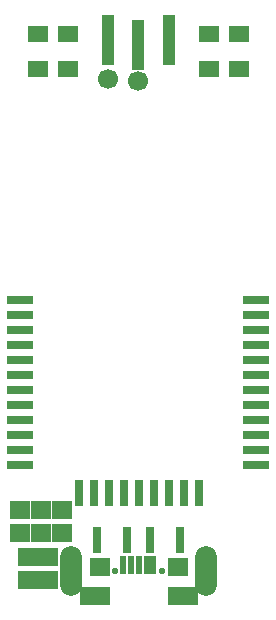
<source format=gbr>
G04 DipTrace 3.3.1.1*
G04 TopMask.gbr*
%MOMM*%
G04 #@! TF.FileFunction,Soldermask,Top*
G04 #@! TF.Part,Single*
%ADD25R,2.3X0.71*%
%ADD26R,0.71X2.3*%
%ADD36C,0.55*%
%ADD41O,1.85X4.2*%
%ADD43R,0.7X2.3*%
%ADD45R,2.5X1.5*%
%ADD47R,1.7X1.6*%
%ADD49R,0.6X1.55*%
%ADD51R,1.1X4.2*%
%ADD63C,1.7*%
%ADD65R,1.8X1.4*%
%ADD67R,1.7X1.5*%
%FSLAX35Y35*%
G04*
G71*
G90*
G75*
G01*
G04 TopMask*
%LPD*%
D67*
X1362937Y1213760D3*
Y1403760D3*
X1188293Y1213760D3*
Y1403760D3*
D65*
X2725017Y5537207D3*
Y5837207D3*
X2975017Y5537207D3*
Y5837207D3*
X1525017Y5537207D3*
Y5837207D3*
X1275017Y5537207D3*
Y5837207D3*
D63*
X2125017Y5436953D3*
X1870990Y5452830D3*
D67*
X1299430Y1801197D3*
Y1611197D3*
X1124787Y1801197D3*
Y1611197D3*
X1474073Y1801197D3*
Y1611197D3*
D25*
X1124787Y2182237D3*
X1123487Y2309437D3*
X1124787Y2436237D3*
X1123487Y2563437D3*
X1124787Y2690237D3*
X1123487Y2817437D3*
X1124787Y2944237D3*
X1123387Y3071337D3*
X3123287Y2182537D3*
X3121887Y2309637D3*
X3123287Y2436537D3*
X3121887Y2563637D3*
X3123287Y2690537D3*
X3121887Y2817637D3*
X3123287Y2944537D3*
X3121887Y3071637D3*
D26*
X1620487Y1944837D3*
X1747487D3*
X1874487D3*
X2001487D3*
X2128487D3*
X2255487D3*
X2382487D3*
X2509487D3*
X2636487D3*
D25*
X3123287Y3198537D3*
X3121887Y3325637D3*
X3123287Y3452537D3*
X3121887Y3579637D3*
X1124787Y3198237D3*
X1123487Y3325437D3*
X1124787Y3452237D3*
X1123387Y3579337D3*
D51*
X2380017Y5786207D3*
X1870017D3*
X2125017Y5738610D3*
D49*
X1998003Y1340773D3*
X2063003D3*
X2128003D3*
X2193003D3*
D47*
X1798003Y1318273D3*
X2458003D3*
D45*
X1753003Y1073273D3*
X2503003D3*
D49*
X2252027Y1340773D3*
D36*
X1928003Y1288273D3*
X2328157Y1288257D3*
D43*
X2474303Y1547168D3*
X2224303D3*
X2024303D3*
X1774303D3*
D41*
X1554303Y1287171D3*
X2694303D3*
M02*

</source>
